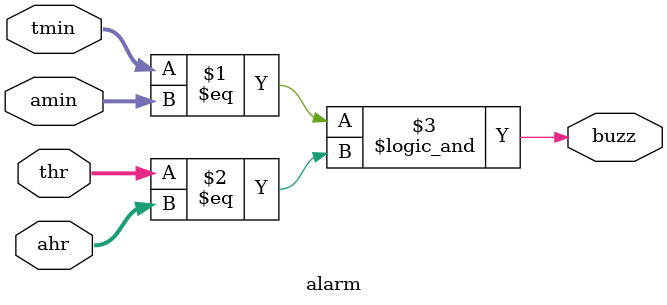
<source format=sv>
module alarm (
	input[7:0] tmin,  // Clock
	input[7:0] amin,
	input[7:0] thr, // Clock Enable
	input[7:0] ahr, 
	output logic buzz
);

	assign buzz = (tmin == amin) && (thr == ahr);

endmodule

</source>
